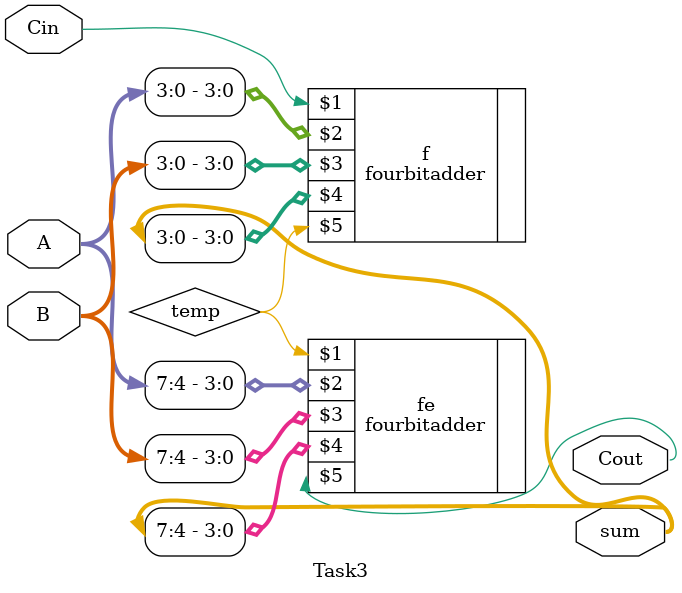
<source format=sv>
`timescale 1ns / 1ps

//input logic cin,
//input logic [3:0]A,
//input logic [3:0]B,

//output logic [3:0]S,
//output logic Cout
//    );

module Task3(
input [7:0]A,B, 
input Cin,
output [7:0]sum,
output Cout
    );
 logic temp ;    
    
fourbitadder f(Cin,A[3:0],B[3:0],sum[3:0],temp);
fourbitadder fe(temp,A[7:4],B[7:4],sum[7:4],Cout);

    
    
    
endmodule

</source>
